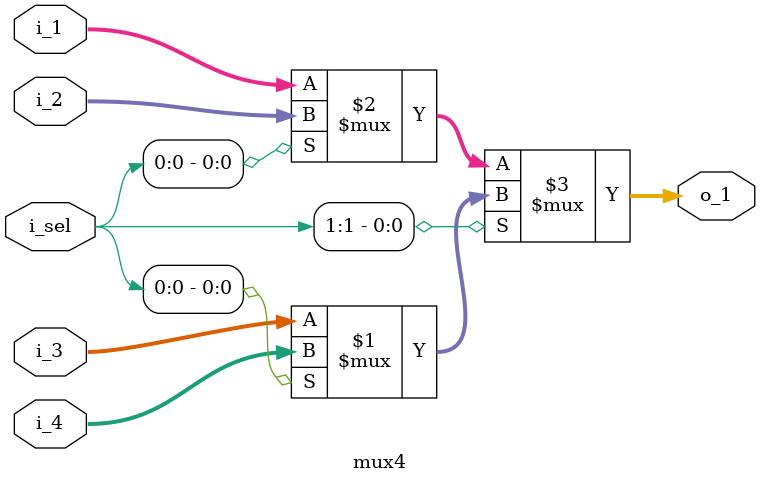
<source format=v>
module mux4(
  input [31:0] i_1, i_2, i_3, i_4,
  input [1:0] i_sel,
  output [31:0] o_1
);
  // i_sel : o_1
  // ---------
  // 00 : i_1
  // 01 : i_2
  // 10 : i_3
  // 11 : i_4

  assign o_1 = i_sel[1] ? (i_sel[0] ? i_4
                                    : i_3)
                        : (i_sel[0] ? i_2
                                    : i_1);

endmodule
</source>
